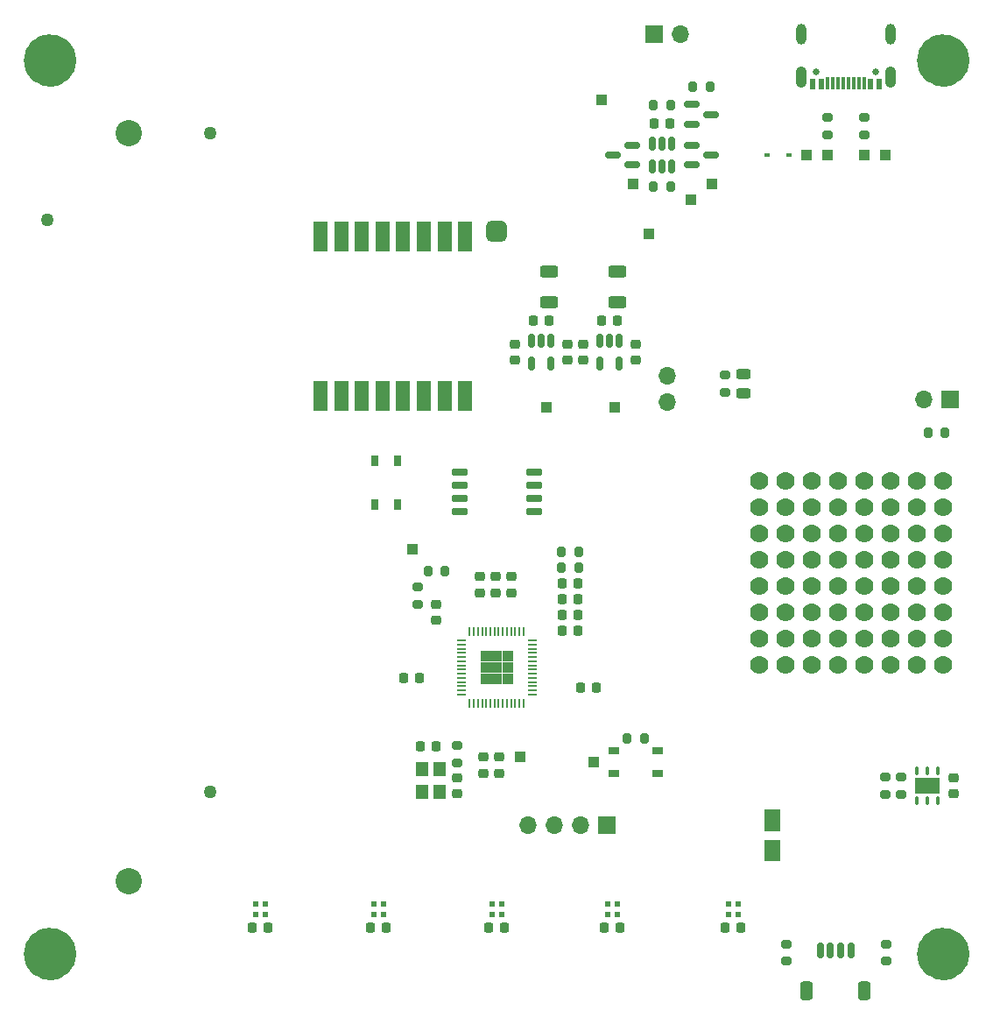
<source format=gts>
%TF.GenerationSoftware,KiCad,Pcbnew,(7.0.0-rc2-208-g52b07b8bac)*%
%TF.CreationDate,2023-02-12T15:55:42-08:00*%
%TF.ProjectId,home-automation-sensor-lora,686f6d65-2d61-4757-946f-6d6174696f6e,rev?*%
%TF.SameCoordinates,Original*%
%TF.FileFunction,Soldermask,Top*%
%TF.FilePolarity,Negative*%
%FSLAX46Y46*%
G04 Gerber Fmt 4.6, Leading zero omitted, Abs format (unit mm)*
G04 Created by KiCad (PCBNEW (7.0.0-rc2-208-g52b07b8bac)) date 2023-02-12 15:55:42*
%MOMM*%
%LPD*%
G01*
G04 APERTURE LIST*
G04 Aperture macros list*
%AMRoundRect*
0 Rectangle with rounded corners*
0 $1 Rounding radius*
0 $2 $3 $4 $5 $6 $7 $8 $9 X,Y pos of 4 corners*
0 Add a 4 corners polygon primitive as box body*
4,1,4,$2,$3,$4,$5,$6,$7,$8,$9,$2,$3,0*
0 Add four circle primitives for the rounded corners*
1,1,$1+$1,$2,$3*
1,1,$1+$1,$4,$5*
1,1,$1+$1,$6,$7*
1,1,$1+$1,$8,$9*
0 Add four rect primitives between the rounded corners*
20,1,$1+$1,$2,$3,$4,$5,0*
20,1,$1+$1,$4,$5,$6,$7,0*
20,1,$1+$1,$6,$7,$8,$9,0*
20,1,$1+$1,$8,$9,$2,$3,0*%
%AMFreePoly0*
4,1,6,1.000000,0.000000,0.500000,-0.750000,-0.500000,-0.750000,-0.500000,0.750000,0.500000,0.750000,1.000000,0.000000,1.000000,0.000000,$1*%
G04 Aperture macros list end*
%ADD10C,2.550000*%
%ADD11RoundRect,0.200000X0.200000X0.275000X-0.200000X0.275000X-0.200000X-0.275000X0.200000X-0.275000X0*%
%ADD12R,1.000000X1.000000*%
%ADD13RoundRect,0.150000X-0.150000X0.512500X-0.150000X-0.512500X0.150000X-0.512500X0.150000X0.512500X0*%
%ADD14R,0.650000X1.050000*%
%ADD15R,1.700000X1.700000*%
%ADD16O,1.700000X1.700000*%
%ADD17RoundRect,0.200000X-0.275000X0.200000X-0.275000X-0.200000X0.275000X-0.200000X0.275000X0.200000X0*%
%ADD18RoundRect,0.200000X-0.200000X-0.275000X0.200000X-0.275000X0.200000X0.275000X-0.200000X0.275000X0*%
%ADD19O,0.875000X0.200000*%
%ADD20O,0.200000X0.875000*%
%ADD21C,0.533333*%
%ADD22R,1.066666X1.073333*%
%ADD23RoundRect,0.225000X-0.225000X-0.250000X0.225000X-0.250000X0.225000X0.250000X-0.225000X0.250000X0*%
%ADD24C,0.650000*%
%ADD25R,0.600000X1.030000*%
%ADD26R,0.300000X1.150000*%
%ADD27O,1.050000X2.100000*%
%ADD28O,1.000000X2.000000*%
%ADD29RoundRect,0.225000X0.250000X-0.225000X0.250000X0.225000X-0.250000X0.225000X-0.250000X-0.225000X0*%
%ADD30R,0.550000X0.550000*%
%ADD31RoundRect,0.225000X0.225000X0.250000X-0.225000X0.250000X-0.225000X-0.250000X0.225000X-0.250000X0*%
%ADD32C,3.500000*%
%ADD33R,1.200000X1.400000*%
%ADD34RoundRect,0.250000X-0.625000X0.312500X-0.625000X-0.312500X0.625000X-0.312500X0.625000X0.312500X0*%
%ADD35RoundRect,0.150000X-0.650000X-0.150000X0.650000X-0.150000X0.650000X0.150000X-0.650000X0.150000X0*%
%ADD36RoundRect,0.200000X0.275000X-0.200000X0.275000X0.200000X-0.275000X0.200000X-0.275000X-0.200000X0*%
%ADD37R,0.600000X0.450000*%
%ADD38RoundRect,0.100000X0.100000X-0.300000X0.100000X0.300000X-0.100000X0.300000X-0.100000X-0.300000X0*%
%ADD39R,2.400000X1.500000*%
%ADD40RoundRect,0.150000X-0.150000X-0.625000X0.150000X-0.625000X0.150000X0.625000X-0.150000X0.625000X0*%
%ADD41RoundRect,0.250000X-0.350000X-0.650000X0.350000X-0.650000X0.350000X0.650000X-0.350000X0.650000X0*%
%ADD42RoundRect,0.150000X0.150000X-0.512500X0.150000X0.512500X-0.150000X0.512500X-0.150000X-0.512500X0*%
%ADD43RoundRect,0.150000X-0.587500X-0.150000X0.587500X-0.150000X0.587500X0.150000X-0.587500X0.150000X0*%
%ADD44R,1.400000X3.000000*%
%ADD45RoundRect,0.225000X-0.250000X0.225000X-0.250000X-0.225000X0.250000X-0.225000X0.250000X0.225000X0*%
%ADD46RoundRect,0.243750X0.456250X-0.243750X0.456250X0.243750X-0.456250X0.243750X-0.456250X-0.243750X0*%
%ADD47R,1.050000X0.650000*%
%ADD48R,1.500000X1.500000*%
%ADD49FreePoly0,90.000000*%
%ADD50FreePoly0,270.000000*%
%ADD51RoundRect,0.500000X-0.500000X-0.500000X0.500000X-0.500000X0.500000X0.500000X-0.500000X0.500000X0*%
%ADD52C,1.270000*%
%ADD53C,2.540000*%
%ADD54C,1.778000*%
%ADD55RoundRect,0.150000X0.587500X0.150000X-0.587500X0.150000X-0.587500X-0.150000X0.587500X-0.150000X0*%
G04 APERTURE END LIST*
D10*
X128824001Y-122715002D02*
G75*
G03*
X128824001Y-122715002I-1275000J0D01*
G01*
X215184001Y-122715002D02*
G75*
G03*
X215184001Y-122715002I-1275000J0D01*
G01*
X215184001Y-36355002D02*
G75*
G03*
X215184001Y-36355002I-1275000J0D01*
G01*
X128824001Y-36355002D02*
G75*
G03*
X128824001Y-36355002I-1275000J0D01*
G01*
D11*
X178666001Y-83853001D03*
X177016001Y-83853001D03*
D12*
X191557000Y-48293000D03*
X183937000Y-48293000D03*
D13*
X182601001Y-63411501D03*
X181651001Y-63411501D03*
X180701001Y-63411501D03*
X180701001Y-65686501D03*
X182601001Y-65686501D03*
D14*
X158958000Y-79288000D03*
X158958000Y-75022000D03*
X161164000Y-79288000D03*
X161164000Y-75022000D03*
D15*
X181397000Y-110269000D03*
D16*
X178857000Y-110269000D03*
X176317000Y-110269000D03*
X173777000Y-110269000D03*
D12*
X189525000Y-49817000D03*
D17*
X208321001Y-105634001D03*
X208321001Y-107284001D03*
D18*
X185906001Y-48547001D03*
X187556001Y-48547001D03*
D19*
X167291500Y-92429000D03*
X167291500Y-92829000D03*
X167291500Y-93229000D03*
X167291500Y-93629000D03*
X167291500Y-94029000D03*
X167291500Y-94429000D03*
X167291500Y-94829000D03*
X167291500Y-95229000D03*
X167291500Y-95629000D03*
X167291500Y-96029000D03*
X167291500Y-96429000D03*
X167291500Y-96829000D03*
X167291500Y-97229000D03*
X167291500Y-97629000D03*
D20*
X168129000Y-98466500D03*
X168529000Y-98466500D03*
X168929000Y-98466500D03*
X169329000Y-98466500D03*
X169729000Y-98466500D03*
X170129000Y-98466500D03*
X170529000Y-98466500D03*
X170929000Y-98466500D03*
X171329000Y-98466500D03*
X171729000Y-98466500D03*
X172129000Y-98466500D03*
X172529000Y-98466500D03*
X172929000Y-98466500D03*
X173329000Y-98466500D03*
D19*
X174166500Y-97629000D03*
X174166500Y-97229000D03*
X174166500Y-96829000D03*
X174166500Y-96429000D03*
X174166500Y-96029000D03*
X174166500Y-95629000D03*
X174166500Y-95229000D03*
X174166500Y-94829000D03*
X174166500Y-94429000D03*
X174166500Y-94029000D03*
X174166500Y-93629000D03*
X174166500Y-93229000D03*
X174166500Y-92829000D03*
X174166500Y-92429000D03*
D20*
X173329000Y-91591500D03*
X172929000Y-91591500D03*
X172529000Y-91591500D03*
X172129000Y-91591500D03*
X171729000Y-91591500D03*
X171329000Y-91591500D03*
X170929000Y-91591500D03*
X170529000Y-91591500D03*
X170129000Y-91591500D03*
X169729000Y-91591500D03*
X169329000Y-91591500D03*
X168929000Y-91591500D03*
X168529000Y-91591500D03*
X168129000Y-91591500D03*
D21*
X169662335Y-93955668D03*
D22*
X169662334Y-93955667D03*
D21*
X169662335Y-95029001D03*
D22*
X169662334Y-95029000D03*
D21*
X169662335Y-96102334D03*
D22*
X169662334Y-96102333D03*
D21*
X170729001Y-93955668D03*
D22*
X170729000Y-93955667D03*
D21*
X170729001Y-95029001D03*
D22*
X170729000Y-95029000D03*
D21*
X170729001Y-96102334D03*
D22*
X170729000Y-96102333D03*
D21*
X171795667Y-93955668D03*
D22*
X171795666Y-93955667D03*
D21*
X171795667Y-95029001D03*
D22*
X171795666Y-95029000D03*
D21*
X171795667Y-96102334D03*
D22*
X171795666Y-96102333D03*
D23*
X177066001Y-89949001D03*
X178616001Y-89949001D03*
D24*
X207401001Y-37495001D03*
X201621001Y-37495001D03*
D25*
X207711000Y-38630000D03*
X206911000Y-38630000D03*
D26*
X205761000Y-38570000D03*
X204761000Y-38570000D03*
X204261000Y-38570000D03*
X203261000Y-38570000D03*
D25*
X201311000Y-38630000D03*
X202111000Y-38630000D03*
D26*
X202761000Y-38570000D03*
X203761000Y-38570000D03*
X205261000Y-38570000D03*
X206261000Y-38570000D03*
D27*
X208831000Y-37995000D03*
D28*
X208830999Y-33815000D03*
D27*
X200191001Y-37994999D03*
D28*
X200191001Y-33815000D03*
D29*
X184191001Y-65324001D03*
X184191001Y-63774001D03*
D30*
X159774000Y-117922000D03*
X158824000Y-117922000D03*
X158824000Y-118872000D03*
X159774000Y-118872000D03*
D12*
X208321000Y-45499000D03*
D31*
X163301002Y-96045001D03*
X161751002Y-96045001D03*
D12*
X206289000Y-45499000D03*
D32*
X127549001Y-122715002D03*
D29*
X172126001Y-87803001D03*
X172126001Y-86253001D03*
D33*
X165229000Y-107065999D03*
X165229000Y-104865999D03*
X163529000Y-104865999D03*
X163529000Y-107065999D03*
D18*
X189716001Y-38895001D03*
X191366001Y-38895001D03*
D32*
X213909001Y-122715002D03*
D29*
X164913601Y-90485000D03*
X164913601Y-88935000D03*
D34*
X182413001Y-56798001D03*
X182413001Y-59723001D03*
D30*
X171204000Y-117922000D03*
X170254000Y-117922000D03*
X170254000Y-118872000D03*
X171204000Y-118872000D03*
D18*
X212449001Y-72296001D03*
X214099001Y-72296001D03*
D29*
X170602001Y-87803001D03*
X170602001Y-86253001D03*
D12*
X182159000Y-69883000D03*
D34*
X175809001Y-56798001D03*
X175809001Y-59723001D03*
D35*
X167129001Y-76106001D03*
X167129001Y-77376001D03*
X167129001Y-78646001D03*
X167129001Y-79916001D03*
X174329001Y-79916001D03*
X174329001Y-78646001D03*
X174329001Y-77376001D03*
X174329001Y-76106001D03*
D16*
X187239000Y-69380000D03*
X187239000Y-66840000D03*
D36*
X198701001Y-123426351D03*
X198701001Y-121776351D03*
D29*
X179111001Y-65324001D03*
X179111001Y-63774001D03*
D12*
X185461000Y-53119000D03*
D23*
X177066001Y-91473001D03*
X178616001Y-91473001D03*
D37*
X196857000Y-45499000D03*
X198957000Y-45499000D03*
D12*
X202733000Y-45499000D03*
D23*
X169954001Y-120175001D03*
X171504001Y-120175001D03*
D29*
X169078001Y-87803001D03*
X169078001Y-86253001D03*
D23*
X177066001Y-86901001D03*
X178616001Y-86901001D03*
D38*
X211385001Y-107909001D03*
X212385001Y-107909001D03*
X213385001Y-107909001D03*
X213385001Y-105009001D03*
X212385001Y-105009001D03*
X211385001Y-105009001D03*
D39*
X212385000Y-106459000D03*
D40*
X202003001Y-122352651D03*
X203003001Y-122352651D03*
X204003001Y-122352651D03*
D41*
X200703002Y-126227651D03*
D40*
X205003001Y-122352651D03*
D41*
X206303000Y-126227651D03*
D42*
X185781001Y-46636501D03*
X186731001Y-46636501D03*
X187681001Y-46636501D03*
X187681001Y-44361501D03*
X186731001Y-44361501D03*
X185781001Y-44361501D03*
D17*
X202733001Y-41880001D03*
X202733001Y-43530001D03*
D32*
X213909001Y-36355002D03*
D23*
X178844001Y-96934001D03*
X180394001Y-96934001D03*
D13*
X175997001Y-63411501D03*
X175047001Y-63411501D03*
X174097001Y-63411501D03*
X174097001Y-65686501D03*
X175997001Y-65686501D03*
D29*
X172507001Y-65324001D03*
X172507001Y-63774001D03*
D12*
X200701000Y-45499000D03*
D23*
X158524001Y-120175001D03*
X160074001Y-120175001D03*
D43*
X189603501Y-40612001D03*
X189603501Y-42512001D03*
X191478501Y-41562001D03*
D30*
X194064000Y-117922000D03*
X193114000Y-117922000D03*
X193114000Y-118872000D03*
X194064000Y-118872000D03*
D44*
X153700651Y-68781633D03*
X155700651Y-68781633D03*
X157700651Y-68781633D03*
X159700651Y-68781633D03*
X161700651Y-68781633D03*
X163700651Y-68781633D03*
X165700651Y-68781633D03*
X167700651Y-68781633D03*
X167700651Y-53381633D03*
X165700651Y-53381633D03*
X163700651Y-53381633D03*
X161700651Y-53381633D03*
X159700651Y-53381633D03*
X157700651Y-53381633D03*
X155700651Y-53381633D03*
X153700651Y-53381633D03*
D12*
X180127000Y-104173000D03*
D45*
X170983001Y-103680000D03*
X170983001Y-105230000D03*
D31*
X182426001Y-61501001D03*
X180876001Y-61501001D03*
D23*
X177066001Y-88425001D03*
X178616001Y-88425001D03*
D15*
X214549000Y-69121000D03*
D16*
X212009000Y-69121000D03*
D12*
X180889000Y-40165000D03*
D17*
X166919001Y-102601000D03*
X166919001Y-104251000D03*
D45*
X166919001Y-105699000D03*
X166919001Y-107249000D03*
D31*
X187506001Y-42451001D03*
X185956001Y-42451001D03*
X175822001Y-61501001D03*
X174272001Y-61501001D03*
D11*
X187556001Y-40673001D03*
X185906001Y-40673001D03*
D46*
X194605001Y-68534501D03*
X194605001Y-66659501D03*
D47*
X186324000Y-105276000D03*
X182058000Y-105276000D03*
X186324000Y-103070000D03*
X182058000Y-103070000D03*
D30*
X182380000Y-117922000D03*
X181430000Y-117922000D03*
X181430000Y-118872000D03*
X182380000Y-118872000D03*
D23*
X147094001Y-120175001D03*
X148644001Y-120175001D03*
D48*
X197377600Y-112458300D03*
X197377600Y-110058300D03*
D49*
X197377601Y-113258301D03*
D50*
X197377601Y-109258301D03*
D51*
X170729001Y-52865001D03*
D12*
X175555000Y-69883000D03*
D36*
X163135601Y-88896201D03*
X163135601Y-87246201D03*
D29*
X177587001Y-65324001D03*
X177587001Y-63774001D03*
D36*
X208353001Y-123426351D03*
X208353001Y-121776351D03*
D17*
X206289001Y-41880001D03*
X206289001Y-43530001D03*
D31*
X164900001Y-102664000D03*
X163350001Y-102664000D03*
D18*
X164088601Y-85671401D03*
X165738601Y-85671401D03*
D15*
X185964000Y-33815000D03*
D16*
X188504000Y-33815000D03*
D18*
X183366001Y-101887001D03*
X185016001Y-101887001D03*
D12*
X162601000Y-83599000D03*
D36*
X192827001Y-68422001D03*
X192827001Y-66772001D03*
D32*
X127549001Y-36355002D03*
D36*
X209845001Y-107284001D03*
X209845001Y-105634001D03*
D52*
X143043001Y-107030501D03*
X127295001Y-51785501D03*
X143043001Y-43403501D03*
D53*
X135169001Y-115666501D03*
X135169001Y-43403501D03*
D23*
X181130001Y-120175001D03*
X182680001Y-120175001D03*
D43*
X189603501Y-44549001D03*
X189603501Y-46449001D03*
X191478501Y-45499001D03*
D30*
X148344000Y-117922000D03*
X147394000Y-117922000D03*
X147394000Y-118872000D03*
X148344000Y-118872000D03*
D45*
X214925001Y-105684001D03*
X214925001Y-107234001D03*
D23*
X192814001Y-120175001D03*
X194364001Y-120175001D03*
D11*
X178666001Y-85377001D03*
X177016001Y-85377001D03*
D54*
X198669001Y-76995001D03*
X198669001Y-79535001D03*
X198669001Y-82075001D03*
X198669001Y-84615001D03*
X198669001Y-87155001D03*
X198669001Y-89695001D03*
X198669001Y-92235001D03*
X198669001Y-94775001D03*
X201209001Y-76995001D03*
X201209001Y-79535001D03*
X201209001Y-82075001D03*
X201209001Y-84615001D03*
X201209001Y-87155001D03*
X201209001Y-89695001D03*
X201209001Y-92235001D03*
X201209001Y-94775001D03*
X203749001Y-76995001D03*
X203749001Y-79535001D03*
X203749001Y-82075001D03*
X203749001Y-84615001D03*
X203749001Y-87155001D03*
X203749001Y-89695001D03*
X203749001Y-92235001D03*
X203749001Y-94775001D03*
X206289001Y-76995001D03*
X206289001Y-79535001D03*
X206289001Y-82075001D03*
X206289001Y-84615001D03*
X206289001Y-87155001D03*
X206289001Y-89695001D03*
X206289001Y-92235001D03*
X206289001Y-94775001D03*
X208829001Y-76995001D03*
X208829001Y-79535001D03*
X208829001Y-82075001D03*
X208829001Y-84615001D03*
X208829001Y-87155001D03*
X208829001Y-89695001D03*
X208829001Y-92235001D03*
X208829001Y-94775001D03*
X211369001Y-76995001D03*
X211369001Y-79535001D03*
X211369001Y-82075001D03*
X211369001Y-84615001D03*
X211369001Y-87155001D03*
X211369001Y-89695001D03*
X211369001Y-92235001D03*
X211369001Y-94775001D03*
X213909001Y-76995001D03*
X213909001Y-79535001D03*
X213909001Y-82075001D03*
X213909001Y-84615001D03*
X213909001Y-87155001D03*
X213909001Y-89695001D03*
X213909001Y-92235001D03*
X213909001Y-94775001D03*
X196129001Y-94775001D03*
X196129001Y-92235001D03*
X196129001Y-89695001D03*
X196129001Y-87155001D03*
X196129001Y-84615001D03*
X196129001Y-82075001D03*
X196129001Y-79535001D03*
X196129001Y-76995001D03*
D45*
X169459001Y-103680000D03*
X169459001Y-105230000D03*
D55*
X183858501Y-46449001D03*
X183858501Y-44549001D03*
X181983501Y-45499001D03*
D12*
X173015000Y-103679999D03*
M02*

</source>
